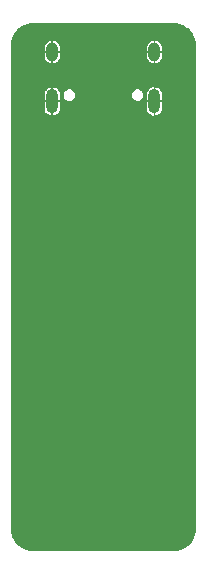
<source format=gbr>
%TF.GenerationSoftware,KiCad,Pcbnew,(5.99.0-13283-gf5fc9fa11f)*%
%TF.CreationDate,2021-11-15T23:55:46+03:00*%
%TF.ProjectId,LIR2032_Battery_Charger,4c495232-3033-4325-9f42-617474657279,rev?*%
%TF.SameCoordinates,PX8f0d180PY5f5e100*%
%TF.FileFunction,Copper,L2,Bot*%
%TF.FilePolarity,Positive*%
%FSLAX46Y46*%
G04 Gerber Fmt 4.6, Leading zero omitted, Abs format (unit mm)*
G04 Created by KiCad (PCBNEW (5.99.0-13283-gf5fc9fa11f)) date 2021-11-15 23:55:46*
%MOMM*%
%LPD*%
G01*
G04 APERTURE LIST*
%TA.AperFunction,ComponentPad*%
%ADD10O,1.000000X1.600000*%
%TD*%
%TA.AperFunction,ComponentPad*%
%ADD11O,1.000000X2.100000*%
%TD*%
G04 APERTURE END LIST*
D10*
X12320000Y42400000D03*
D11*
X3680000Y38220000D03*
X12320000Y38220000D03*
D10*
X3680000Y42400000D03*
%TA.AperFunction,Conductor*%
G36*
X13990557Y44837990D02*
G01*
X13991042Y44837879D01*
X13991043Y44837879D01*
X13999714Y44835885D01*
X14008392Y44837849D01*
X14017285Y44837833D01*
X14017285Y44837710D01*
X14025306Y44838341D01*
X14056529Y44836295D01*
X14235008Y44824597D01*
X14245241Y44823250D01*
X14471156Y44778313D01*
X14481128Y44775640D01*
X14699240Y44701601D01*
X14708770Y44697654D01*
X14866768Y44619738D01*
X14915358Y44595776D01*
X14924307Y44590609D01*
X15115818Y44462645D01*
X15124016Y44456354D01*
X15297183Y44304490D01*
X15304490Y44297183D01*
X15456354Y44124016D01*
X15462645Y44115818D01*
X15590609Y43924307D01*
X15595776Y43915358D01*
X15697654Y43708770D01*
X15701601Y43699240D01*
X15763169Y43517867D01*
X15775639Y43481133D01*
X15778313Y43471156D01*
X15822669Y43248165D01*
X15823249Y43245248D01*
X15824597Y43235010D01*
X15838315Y43025718D01*
X15837682Y43017852D01*
X15837895Y43017852D01*
X15837879Y43008959D01*
X15835885Y43000286D01*
X15837849Y42991608D01*
X15838052Y42990710D01*
X15840000Y42973274D01*
X15840000Y2027148D01*
X15837990Y2009443D01*
X15837955Y2009290D01*
X15835885Y2000286D01*
X15837849Y1991608D01*
X15837833Y1982715D01*
X15837710Y1982715D01*
X15838341Y1974694D01*
X15824598Y1764998D01*
X15823250Y1754759D01*
X15778314Y1528849D01*
X15775640Y1518872D01*
X15701601Y1300760D01*
X15697654Y1291230D01*
X15668767Y1232653D01*
X15595776Y1084642D01*
X15590609Y1075693D01*
X15462645Y884182D01*
X15456354Y875984D01*
X15304490Y702817D01*
X15297183Y695510D01*
X15124016Y543646D01*
X15115818Y537355D01*
X14924307Y409391D01*
X14915358Y404224D01*
X14708770Y302346D01*
X14699240Y298399D01*
X14481128Y224360D01*
X14471156Y221687D01*
X14245241Y176750D01*
X14235010Y175403D01*
X14025716Y161685D01*
X14017852Y162318D01*
X14017852Y162105D01*
X14008959Y162121D01*
X14000286Y164115D01*
X13990984Y162010D01*
X13990710Y161948D01*
X13973274Y160000D01*
X2027148Y160000D01*
X2009443Y162010D01*
X2008958Y162121D01*
X2008957Y162121D01*
X2000286Y164115D01*
X1991608Y162151D01*
X1982715Y162167D01*
X1982715Y162290D01*
X1974694Y161659D01*
X1943471Y163705D01*
X1764992Y175403D01*
X1754759Y176750D01*
X1528844Y221687D01*
X1518872Y224360D01*
X1300760Y298399D01*
X1291230Y302346D01*
X1084642Y404224D01*
X1075693Y409391D01*
X884182Y537355D01*
X875984Y543646D01*
X702817Y695510D01*
X695510Y702817D01*
X543646Y875984D01*
X537355Y884182D01*
X409391Y1075693D01*
X404224Y1084642D01*
X331233Y1232653D01*
X302346Y1291230D01*
X298399Y1300760D01*
X224360Y1518872D01*
X221686Y1528849D01*
X176750Y1754759D01*
X175402Y1764997D01*
X161685Y1974282D01*
X162318Y1982148D01*
X162105Y1982148D01*
X162121Y1991041D01*
X164115Y1999714D01*
X161948Y2009291D01*
X160000Y2026726D01*
X160000Y37632326D01*
X3020000Y37632326D01*
X3020286Y37627584D01*
X3033772Y37516136D01*
X3036026Y37506960D01*
X3089126Y37366435D01*
X3093508Y37358053D01*
X3178591Y37234257D01*
X3184851Y37227157D01*
X3297009Y37127228D01*
X3304768Y37121835D01*
X3437537Y37051537D01*
X3446354Y37048153D01*
X3590351Y37011984D01*
X3596761Y37014280D01*
X3600000Y37019824D01*
X3600000Y37024349D01*
X3760000Y37024349D01*
X3763884Y37013678D01*
X3766325Y37012268D01*
X3767904Y37012317D01*
X3907119Y37045740D01*
X3915976Y37049034D01*
X4049465Y37117932D01*
X4057288Y37123249D01*
X4170489Y37222000D01*
X4176818Y37229030D01*
X4263195Y37351931D01*
X4267661Y37360260D01*
X4322229Y37500220D01*
X4324582Y37509385D01*
X4339662Y37623926D01*
X4340000Y37629085D01*
X4340000Y37632326D01*
X11660000Y37632326D01*
X11660286Y37627584D01*
X11673772Y37516136D01*
X11676026Y37506960D01*
X11729126Y37366435D01*
X11733508Y37358053D01*
X11818591Y37234257D01*
X11824851Y37227157D01*
X11937009Y37127228D01*
X11944768Y37121835D01*
X12077537Y37051537D01*
X12086354Y37048153D01*
X12230351Y37011984D01*
X12236761Y37014280D01*
X12240000Y37019824D01*
X12240000Y37024349D01*
X12400000Y37024349D01*
X12403884Y37013678D01*
X12406325Y37012268D01*
X12407904Y37012317D01*
X12547119Y37045740D01*
X12555976Y37049034D01*
X12689465Y37117932D01*
X12697288Y37123249D01*
X12810489Y37222000D01*
X12816818Y37229030D01*
X12903195Y37351931D01*
X12907661Y37360260D01*
X12962229Y37500220D01*
X12964582Y37509385D01*
X12979662Y37623926D01*
X12980000Y37629085D01*
X12980000Y38126070D01*
X12976116Y38136741D01*
X12970472Y38140000D01*
X12413930Y38140000D01*
X12403259Y38136116D01*
X12400000Y38130472D01*
X12400000Y37024349D01*
X12240000Y37024349D01*
X12240000Y38126070D01*
X12236116Y38136741D01*
X12230472Y38140000D01*
X11673930Y38140000D01*
X11663259Y38136116D01*
X11660000Y38130472D01*
X11660000Y37632326D01*
X4340000Y37632326D01*
X4340000Y38126070D01*
X4336116Y38136741D01*
X4330472Y38140000D01*
X3773930Y38140000D01*
X3763259Y38136116D01*
X3760000Y38130472D01*
X3760000Y37024349D01*
X3600000Y37024349D01*
X3600000Y38126070D01*
X3596116Y38136741D01*
X3590472Y38140000D01*
X3033930Y38140000D01*
X3023259Y38136116D01*
X3020000Y38130472D01*
X3020000Y37632326D01*
X160000Y37632326D01*
X160000Y38313930D01*
X3020000Y38313930D01*
X3023884Y38303259D01*
X3029528Y38300000D01*
X3586070Y38300000D01*
X3596741Y38303884D01*
X3600000Y38309528D01*
X3600000Y38313930D01*
X3760000Y38313930D01*
X3763884Y38303259D01*
X3769528Y38300000D01*
X4326070Y38300000D01*
X4336741Y38303884D01*
X4340000Y38309528D01*
X4340000Y38755992D01*
X4619544Y38755992D01*
X4637576Y38618097D01*
X4693585Y38490805D01*
X4783070Y38384349D01*
X4800698Y38372615D01*
X4894155Y38310404D01*
X4894158Y38310402D01*
X4898837Y38307288D01*
X5031579Y38265817D01*
X5101103Y38264542D01*
X5165000Y38263371D01*
X5165001Y38263371D01*
X5170626Y38263268D01*
X5176053Y38264748D01*
X5176056Y38264748D01*
X5237712Y38281558D01*
X5304798Y38299848D01*
X5310354Y38303259D01*
X5418518Y38369672D01*
X5423311Y38372615D01*
X5427084Y38376783D01*
X5427086Y38376785D01*
X5512860Y38471547D01*
X5512861Y38471548D01*
X5516637Y38475720D01*
X5577274Y38600874D01*
X5600347Y38738016D01*
X5600493Y38750000D01*
X5599635Y38755992D01*
X10399544Y38755992D01*
X10417576Y38618097D01*
X10473585Y38490805D01*
X10563070Y38384349D01*
X10580698Y38372615D01*
X10674155Y38310404D01*
X10674158Y38310402D01*
X10678837Y38307288D01*
X10811579Y38265817D01*
X10881103Y38264542D01*
X10945000Y38263371D01*
X10945001Y38263371D01*
X10950626Y38263268D01*
X10956053Y38264748D01*
X10956056Y38264748D01*
X11017712Y38281558D01*
X11084798Y38299848D01*
X11090354Y38303259D01*
X11107733Y38313930D01*
X11660000Y38313930D01*
X11663884Y38303259D01*
X11669528Y38300000D01*
X12226070Y38300000D01*
X12236741Y38303884D01*
X12240000Y38309528D01*
X12240000Y38313930D01*
X12400000Y38313930D01*
X12403884Y38303259D01*
X12409528Y38300000D01*
X12966070Y38300000D01*
X12976741Y38303884D01*
X12980000Y38309528D01*
X12980000Y38807674D01*
X12979714Y38812416D01*
X12966228Y38923864D01*
X12963974Y38933040D01*
X12910874Y39073565D01*
X12906492Y39081947D01*
X12821409Y39205743D01*
X12815149Y39212843D01*
X12702991Y39312772D01*
X12695232Y39318165D01*
X12562463Y39388463D01*
X12553646Y39391847D01*
X12409649Y39428016D01*
X12403239Y39425720D01*
X12400000Y39420176D01*
X12400000Y38313930D01*
X12240000Y38313930D01*
X12240000Y39415651D01*
X12236116Y39426322D01*
X12233675Y39427732D01*
X12232096Y39427683D01*
X12092881Y39394260D01*
X12084024Y39390966D01*
X11950535Y39322068D01*
X11942712Y39316751D01*
X11829511Y39218000D01*
X11823182Y39210970D01*
X11736805Y39088069D01*
X11732339Y39079740D01*
X11677771Y38939780D01*
X11675418Y38930615D01*
X11660338Y38816074D01*
X11660000Y38810915D01*
X11660000Y38313930D01*
X11107733Y38313930D01*
X11198518Y38369672D01*
X11203311Y38372615D01*
X11207084Y38376783D01*
X11207086Y38376785D01*
X11292860Y38471547D01*
X11292861Y38471548D01*
X11296637Y38475720D01*
X11357274Y38600874D01*
X11380347Y38738016D01*
X11380493Y38750000D01*
X11371769Y38810915D01*
X11361576Y38882095D01*
X11361575Y38882097D01*
X11360778Y38887665D01*
X11303217Y39014263D01*
X11239622Y39088069D01*
X11216111Y39115356D01*
X11216108Y39115358D01*
X11212438Y39119618D01*
X11207718Y39122677D01*
X11207716Y39122679D01*
X11100462Y39192196D01*
X11100463Y39192196D01*
X11095738Y39195258D01*
X11087443Y39197739D01*
X10967889Y39233493D01*
X10962499Y39235105D01*
X10893483Y39235527D01*
X10829057Y39235921D01*
X10829054Y39235921D01*
X10823432Y39235955D01*
X10689717Y39197739D01*
X10572102Y39123529D01*
X10480042Y39019292D01*
X10420939Y38893406D01*
X10399544Y38755992D01*
X5599635Y38755992D01*
X5591769Y38810915D01*
X5581576Y38882095D01*
X5581575Y38882097D01*
X5580778Y38887665D01*
X5523217Y39014263D01*
X5459622Y39088069D01*
X5436111Y39115356D01*
X5436108Y39115358D01*
X5432438Y39119618D01*
X5427718Y39122677D01*
X5427716Y39122679D01*
X5320462Y39192196D01*
X5320463Y39192196D01*
X5315738Y39195258D01*
X5307443Y39197739D01*
X5187889Y39233493D01*
X5182499Y39235105D01*
X5113483Y39235527D01*
X5049057Y39235921D01*
X5049054Y39235921D01*
X5043432Y39235955D01*
X4909717Y39197739D01*
X4792102Y39123529D01*
X4700042Y39019292D01*
X4640939Y38893406D01*
X4619544Y38755992D01*
X4340000Y38755992D01*
X4340000Y38807674D01*
X4339714Y38812416D01*
X4326228Y38923864D01*
X4323974Y38933040D01*
X4270874Y39073565D01*
X4266492Y39081947D01*
X4181409Y39205743D01*
X4175149Y39212843D01*
X4062991Y39312772D01*
X4055232Y39318165D01*
X3922463Y39388463D01*
X3913646Y39391847D01*
X3769649Y39428016D01*
X3763239Y39425720D01*
X3760000Y39420176D01*
X3760000Y38313930D01*
X3600000Y38313930D01*
X3600000Y39415651D01*
X3596116Y39426322D01*
X3593675Y39427732D01*
X3592096Y39427683D01*
X3452881Y39394260D01*
X3444024Y39390966D01*
X3310535Y39322068D01*
X3302712Y39316751D01*
X3189511Y39218000D01*
X3183182Y39210970D01*
X3096805Y39088069D01*
X3092339Y39079740D01*
X3037771Y38939780D01*
X3035418Y38930615D01*
X3020338Y38816074D01*
X3020000Y38810915D01*
X3020000Y38313930D01*
X160000Y38313930D01*
X160000Y42062326D01*
X3020000Y42062326D01*
X3020286Y42057584D01*
X3033772Y41946136D01*
X3036026Y41936960D01*
X3089126Y41796435D01*
X3093508Y41788053D01*
X3178591Y41664257D01*
X3184851Y41657157D01*
X3297009Y41557228D01*
X3304768Y41551835D01*
X3437537Y41481537D01*
X3446354Y41478153D01*
X3590351Y41441984D01*
X3596761Y41444280D01*
X3600000Y41449824D01*
X3600000Y41454349D01*
X3760000Y41454349D01*
X3763884Y41443678D01*
X3766325Y41442268D01*
X3767904Y41442317D01*
X3907119Y41475740D01*
X3915976Y41479034D01*
X4049465Y41547932D01*
X4057288Y41553249D01*
X4170489Y41652000D01*
X4176818Y41659030D01*
X4263195Y41781931D01*
X4267661Y41790260D01*
X4322229Y41930220D01*
X4324582Y41939385D01*
X4339662Y42053926D01*
X4340000Y42059085D01*
X4340000Y42062326D01*
X11660000Y42062326D01*
X11660286Y42057584D01*
X11673772Y41946136D01*
X11676026Y41936960D01*
X11729126Y41796435D01*
X11733508Y41788053D01*
X11818591Y41664257D01*
X11824851Y41657157D01*
X11937009Y41557228D01*
X11944768Y41551835D01*
X12077537Y41481537D01*
X12086354Y41478153D01*
X12230351Y41441984D01*
X12236761Y41444280D01*
X12240000Y41449824D01*
X12240000Y41454349D01*
X12400000Y41454349D01*
X12403884Y41443678D01*
X12406325Y41442268D01*
X12407904Y41442317D01*
X12547119Y41475740D01*
X12555976Y41479034D01*
X12689465Y41547932D01*
X12697288Y41553249D01*
X12810489Y41652000D01*
X12816818Y41659030D01*
X12903195Y41781931D01*
X12907661Y41790260D01*
X12962229Y41930220D01*
X12964582Y41939385D01*
X12979662Y42053926D01*
X12980000Y42059085D01*
X12980000Y42306070D01*
X12976116Y42316741D01*
X12970472Y42320000D01*
X12413930Y42320000D01*
X12403259Y42316116D01*
X12400000Y42310472D01*
X12400000Y41454349D01*
X12240000Y41454349D01*
X12240000Y42306070D01*
X12236116Y42316741D01*
X12230472Y42320000D01*
X11673930Y42320000D01*
X11663259Y42316116D01*
X11660000Y42310472D01*
X11660000Y42062326D01*
X4340000Y42062326D01*
X4340000Y42306070D01*
X4336116Y42316741D01*
X4330472Y42320000D01*
X3773930Y42320000D01*
X3763259Y42316116D01*
X3760000Y42310472D01*
X3760000Y41454349D01*
X3600000Y41454349D01*
X3600000Y42306070D01*
X3596116Y42316741D01*
X3590472Y42320000D01*
X3033930Y42320000D01*
X3023259Y42316116D01*
X3020000Y42310472D01*
X3020000Y42062326D01*
X160000Y42062326D01*
X160000Y42493930D01*
X3020000Y42493930D01*
X3023884Y42483259D01*
X3029528Y42480000D01*
X3586070Y42480000D01*
X3596741Y42483884D01*
X3600000Y42489528D01*
X3600000Y42493930D01*
X3760000Y42493930D01*
X3763884Y42483259D01*
X3769528Y42480000D01*
X4326070Y42480000D01*
X4336741Y42483884D01*
X4340000Y42489528D01*
X4340000Y42493930D01*
X11660000Y42493930D01*
X11663884Y42483259D01*
X11669528Y42480000D01*
X12226070Y42480000D01*
X12236741Y42483884D01*
X12240000Y42489528D01*
X12240000Y42493930D01*
X12400000Y42493930D01*
X12403884Y42483259D01*
X12409528Y42480000D01*
X12966070Y42480000D01*
X12976741Y42483884D01*
X12980000Y42489528D01*
X12980000Y42737674D01*
X12979714Y42742416D01*
X12966228Y42853864D01*
X12963974Y42863040D01*
X12910874Y43003565D01*
X12906492Y43011947D01*
X12821409Y43135743D01*
X12815149Y43142843D01*
X12702991Y43242772D01*
X12695232Y43248165D01*
X12562463Y43318463D01*
X12553646Y43321847D01*
X12409649Y43358016D01*
X12403239Y43355720D01*
X12400000Y43350176D01*
X12400000Y42493930D01*
X12240000Y42493930D01*
X12240000Y43345651D01*
X12236116Y43356322D01*
X12233675Y43357732D01*
X12232096Y43357683D01*
X12092881Y43324260D01*
X12084024Y43320966D01*
X11950535Y43252068D01*
X11942712Y43246751D01*
X11829511Y43148000D01*
X11823182Y43140970D01*
X11736805Y43018069D01*
X11732339Y43009740D01*
X11677771Y42869780D01*
X11675418Y42860615D01*
X11660338Y42746074D01*
X11660000Y42740915D01*
X11660000Y42493930D01*
X4340000Y42493930D01*
X4340000Y42737674D01*
X4339714Y42742416D01*
X4326228Y42853864D01*
X4323974Y42863040D01*
X4270874Y43003565D01*
X4266492Y43011947D01*
X4181409Y43135743D01*
X4175149Y43142843D01*
X4062991Y43242772D01*
X4055232Y43248165D01*
X3922463Y43318463D01*
X3913646Y43321847D01*
X3769649Y43358016D01*
X3763239Y43355720D01*
X3760000Y43350176D01*
X3760000Y42493930D01*
X3600000Y42493930D01*
X3600000Y43345651D01*
X3596116Y43356322D01*
X3593675Y43357732D01*
X3592096Y43357683D01*
X3452881Y43324260D01*
X3444024Y43320966D01*
X3310535Y43252068D01*
X3302712Y43246751D01*
X3189511Y43148000D01*
X3183182Y43140970D01*
X3096805Y43018069D01*
X3092339Y43009740D01*
X3037771Y42869780D01*
X3035418Y42860615D01*
X3020338Y42746074D01*
X3020000Y42740915D01*
X3020000Y42493930D01*
X160000Y42493930D01*
X160000Y42972641D01*
X162040Y42990479D01*
X163106Y42995080D01*
X164114Y42999427D01*
X164115Y43000000D01*
X163121Y43004355D01*
X162625Y43008799D01*
X162999Y43008841D01*
X161672Y43025514D01*
X165545Y43084603D01*
X175403Y43235010D01*
X176751Y43245248D01*
X177332Y43248165D01*
X221687Y43471156D01*
X224361Y43481133D01*
X236831Y43517867D01*
X298399Y43699240D01*
X302346Y43708770D01*
X404224Y43915358D01*
X409391Y43924307D01*
X537355Y44115818D01*
X543646Y44124016D01*
X695510Y44297183D01*
X702817Y44304490D01*
X875984Y44456354D01*
X884182Y44462645D01*
X1075693Y44590609D01*
X1084642Y44595776D01*
X1133232Y44619738D01*
X1291230Y44697654D01*
X1300760Y44701601D01*
X1518872Y44775640D01*
X1528844Y44778313D01*
X1754759Y44823250D01*
X1764990Y44824597D01*
X1974284Y44838315D01*
X1982148Y44837682D01*
X1982148Y44837895D01*
X1991041Y44837879D01*
X1999714Y44835885D01*
X2009291Y44838052D01*
X2026726Y44840000D01*
X13972852Y44840000D01*
X13990557Y44837990D01*
G37*
%TD.AperFunction*%
M02*

</source>
